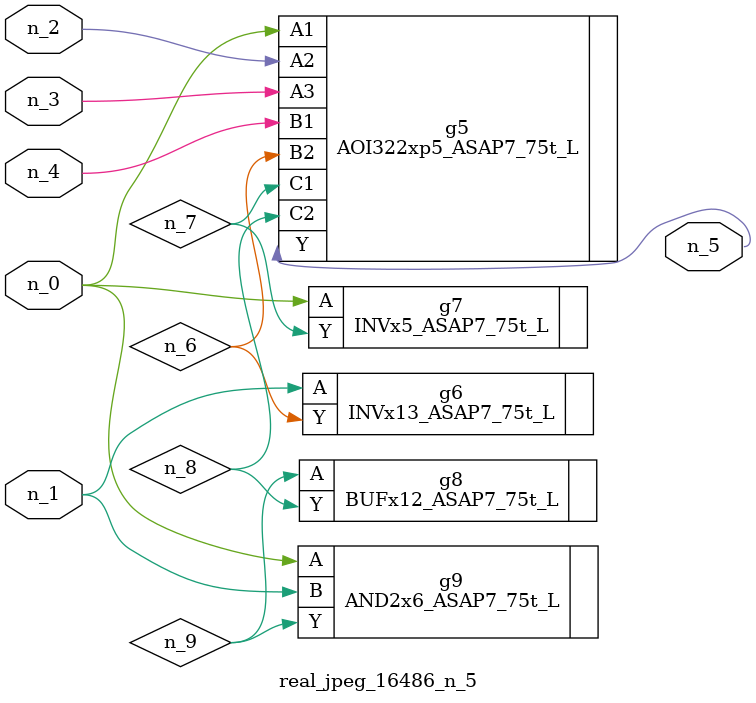
<source format=v>
module real_jpeg_16486_n_5 (n_4, n_0, n_1, n_2, n_3, n_5);

input n_4;
input n_0;
input n_1;
input n_2;
input n_3;

output n_5;

wire n_8;
wire n_6;
wire n_7;
wire n_9;

AOI322xp5_ASAP7_75t_L g5 ( 
.A1(n_0),
.A2(n_2),
.A3(n_3),
.B1(n_4),
.B2(n_6),
.C1(n_7),
.C2(n_8),
.Y(n_5)
);

INVx5_ASAP7_75t_L g7 ( 
.A(n_0),
.Y(n_7)
);

AND2x6_ASAP7_75t_L g9 ( 
.A(n_0),
.B(n_1),
.Y(n_9)
);

INVx13_ASAP7_75t_L g6 ( 
.A(n_1),
.Y(n_6)
);

BUFx12_ASAP7_75t_L g8 ( 
.A(n_9),
.Y(n_8)
);


endmodule
</source>
